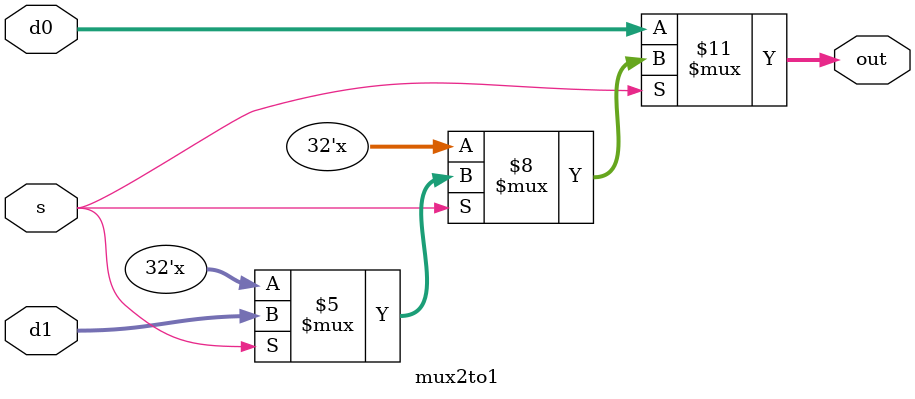
<source format=v>
`timescale 1ns / 1ps


module mux2to1(d0,d1,s,out);
input s;
input [31:0] d0,d1;
output reg [31:0] out;

always@(d0,d1,s)
begin
    if(s==0) out=d0;
    else if(s==1) out=d1;
end
endmodule

</source>
